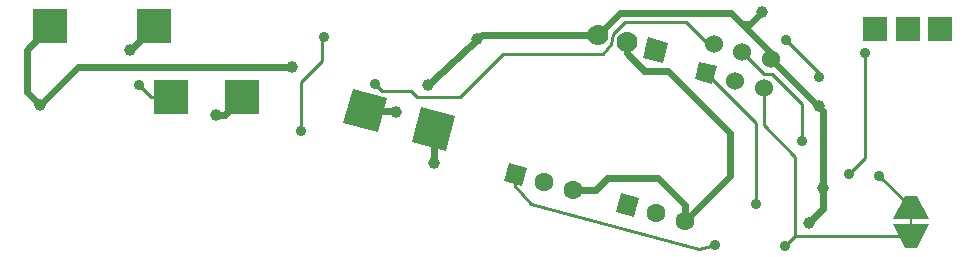
<source format=gbr>
%FSLAX46Y46*%
G04 Gerber Fmt 4.6, Leading zero omitted, Abs format (unit mm)*
G04 Created by KiCad (PCBNEW (2014-jul-16 BZR unknown)-product) date Thu 04 Sep 2014 10:50:04 PM CEST*
%MOMM*%
G01*
G04 APERTURE LIST*
%ADD10C,0.150000*%
%ADD11C,1.778000*%
%ADD12R,3.000000X3.000000*%
%ADD13C,1.600000*%
%ADD14C,1.524000*%
%ADD15R,2.000000X2.000000*%
%ADD16C,1.000000*%
%ADD17C,0.889000*%
%ADD18C,0.600000*%
%ADD19C,0.254000*%
G04 APERTURE END LIST*
D10*
X175450000Y-119410000D02*
X175450000Y-118760000D01*
D11*
X148926548Y-103282600D03*
X151380000Y-103940000D03*
D10*
G36*
X154462070Y-105686198D02*
X152744654Y-105226018D01*
X153204834Y-103508602D01*
X154922250Y-103968782D01*
X154462070Y-105686198D01*
X154462070Y-105686198D01*
G37*
D12*
X112840000Y-108580000D03*
X118840000Y-108580000D03*
X111390000Y-102580000D03*
X102590000Y-102580000D03*
D10*
G36*
X176950000Y-118910000D02*
X173950000Y-118910000D01*
X174950000Y-116910000D01*
X175950000Y-116910000D01*
X176950000Y-118910000D01*
X176950000Y-118910000D01*
G37*
G36*
X173950000Y-119310000D02*
X176950000Y-119310000D01*
X175950000Y-121310000D01*
X174950000Y-121310000D01*
X173950000Y-119310000D01*
X173950000Y-119310000D01*
G37*
G36*
X150466752Y-118268285D02*
X150880863Y-116722804D01*
X152426344Y-117136915D01*
X152012233Y-118682396D01*
X150466752Y-118268285D01*
X150466752Y-118268285D01*
G37*
D13*
X153900000Y-118360000D03*
X156353452Y-119017400D03*
D10*
G36*
X136864894Y-110205797D02*
X136088437Y-113103574D01*
X133190660Y-112327117D01*
X133967117Y-109429340D01*
X136864894Y-110205797D01*
X136864894Y-110205797D01*
G37*
G36*
X131069340Y-108652883D02*
X130292883Y-111550660D01*
X127395106Y-110774203D01*
X128171563Y-107876426D01*
X131069340Y-108652883D01*
X131069340Y-108652883D01*
G37*
G36*
X157144592Y-107048140D02*
X157539033Y-105576069D01*
X159011104Y-105970510D01*
X158616663Y-107442581D01*
X157144592Y-107048140D01*
X157144592Y-107048140D01*
G37*
D14*
X158735249Y-104055874D03*
X160531300Y-107166726D03*
X161188700Y-104713274D03*
X162984751Y-107824126D03*
X163642152Y-105370675D03*
D15*
X172410000Y-102770000D03*
X175190000Y-102790000D03*
X177910000Y-102790000D03*
D10*
G36*
X140966752Y-115678285D02*
X141380863Y-114132804D01*
X142926344Y-114546915D01*
X142512233Y-116092396D01*
X140966752Y-115678285D01*
X140966752Y-115678285D01*
G37*
D13*
X144400000Y-115770000D03*
X146853452Y-116427400D03*
D16*
X109340000Y-104580000D03*
D17*
X130060000Y-107440000D03*
D16*
X162860000Y-101330000D03*
X134520000Y-107540000D03*
X138720000Y-103670000D03*
X166810000Y-119210000D03*
X167640000Y-109360000D03*
X168030000Y-116270000D03*
X116590000Y-110080000D03*
X131840000Y-109830000D03*
D17*
X170230000Y-115060000D03*
X171540000Y-104860000D03*
X164910000Y-103740000D03*
X167670000Y-106840000D03*
X162340000Y-117580000D03*
X166260000Y-112250000D03*
X110090000Y-107580000D03*
X123780000Y-111460000D03*
X125760000Y-103440000D03*
X172780000Y-115250000D03*
X158880000Y-121110000D03*
X164820000Y-121140000D03*
D16*
X123060000Y-106050000D03*
X101730000Y-109250000D03*
X135027777Y-114130000D03*
D18*
X109390000Y-104580000D02*
X109340000Y-104580000D01*
X111390000Y-102580000D02*
X109390000Y-104580000D01*
X149750000Y-115430000D02*
X148752600Y-116427400D01*
X148752600Y-116427400D02*
X146853452Y-116427400D01*
X156353452Y-117733452D02*
X154050000Y-115430000D01*
X154050000Y-115430000D02*
X149750000Y-115430000D01*
X156353452Y-119017400D02*
X156353452Y-117733452D01*
X152840000Y-106330000D02*
X151380000Y-104870000D01*
X151380000Y-104870000D02*
X151380000Y-103940000D01*
X154840000Y-106330000D02*
X152840000Y-106330000D01*
X160090000Y-115280852D02*
X160090000Y-111580000D01*
X160090000Y-111580000D02*
X154840000Y-106330000D01*
X156353452Y-119017400D02*
X160090000Y-115280852D01*
D19*
X158245874Y-104055874D02*
X156370000Y-102180000D01*
X156370000Y-102180000D02*
X151267426Y-102180000D01*
X151267426Y-102180000D02*
X150239190Y-103229008D01*
X150239190Y-103229008D02*
X150055200Y-104052532D01*
X150055200Y-104052532D02*
X149340000Y-104920000D01*
X149340000Y-104920000D02*
X145900000Y-104920000D01*
X140920000Y-104920000D02*
X145900000Y-104920000D01*
X137280000Y-108560000D02*
X140920000Y-104920000D01*
X133610000Y-108560000D02*
X137280000Y-108560000D01*
X133120000Y-108070000D02*
X133610000Y-108560000D01*
X130690000Y-108070000D02*
X133120000Y-108070000D01*
X130060000Y-107440000D02*
X130690000Y-108070000D01*
X158735249Y-104055874D02*
X158245874Y-104055874D01*
D18*
X150779148Y-101430000D02*
X160210000Y-101430000D01*
X160210000Y-101430000D02*
X161140000Y-102360000D01*
X161140000Y-102360000D02*
X163642152Y-104862152D01*
X163642152Y-104862152D02*
X163642152Y-105370675D01*
X148926548Y-103282600D02*
X150779148Y-101430000D01*
X162860000Y-101330000D02*
X161830000Y-102360000D01*
X161830000Y-102360000D02*
X161140000Y-102360000D01*
X139107400Y-103282600D02*
X134520000Y-107540000D01*
X148926548Y-103282600D02*
X139107400Y-103282600D01*
X138720000Y-103670000D02*
X139107400Y-103282600D01*
X168020000Y-118000000D02*
X166810000Y-119210000D01*
X168020000Y-109748523D02*
X168020000Y-118000000D01*
X163642152Y-105370675D02*
X168020000Y-109748523D01*
X167640000Y-109360000D02*
X167640000Y-109368523D01*
X167640000Y-109368523D02*
X168020000Y-109748523D01*
X168030000Y-117990000D02*
X168030000Y-116270000D01*
X166810000Y-119210000D02*
X168030000Y-117990000D01*
X116590000Y-110080000D02*
X117340000Y-110080000D01*
X117340000Y-110080000D02*
X118840000Y-108580000D01*
X131723543Y-109713543D02*
X131840000Y-109830000D01*
X129232223Y-109713543D02*
X131723543Y-109713543D01*
D19*
X170230000Y-115060000D02*
X171540000Y-113750000D01*
X171540000Y-113750000D02*
X171540000Y-104860000D01*
X158077848Y-106509325D02*
X158030000Y-106557173D01*
X164910000Y-103740000D02*
X167670000Y-106500000D01*
X167670000Y-106500000D02*
X167670000Y-106840000D01*
X162340000Y-110771477D02*
X158077848Y-106509325D01*
X162340000Y-110771477D02*
X162340000Y-117580000D01*
X166260000Y-112250000D02*
X166260000Y-109130000D01*
X166260000Y-109130000D02*
X163700000Y-106570000D01*
X163700000Y-106570000D02*
X163045426Y-106570000D01*
X163045426Y-106570000D02*
X161188700Y-104713274D01*
X111090000Y-108580000D02*
X110090000Y-107580000D01*
X112840000Y-108580000D02*
X111090000Y-108580000D01*
X123780000Y-111460000D02*
X123780000Y-107300000D01*
X123780000Y-107300000D02*
X125560000Y-105520000D01*
X125560000Y-105520000D02*
X125560000Y-103640000D01*
X125560000Y-103640000D02*
X125760000Y-103440000D01*
X172780000Y-115250000D02*
X175440000Y-117910000D01*
X175440000Y-117910000D02*
X175450000Y-117910000D01*
X141946548Y-116096548D02*
X143300127Y-117581644D01*
X157510000Y-121400000D02*
X158880000Y-121110000D01*
X143300127Y-117581644D02*
X157510000Y-121400000D01*
X141946548Y-115112600D02*
X141946548Y-116096548D01*
X162984751Y-110924751D02*
X165660000Y-113600000D01*
X165660000Y-113600000D02*
X165660000Y-120300000D01*
X165660000Y-120300000D02*
X165620000Y-120340000D01*
X165610000Y-120350000D02*
X165620000Y-120340000D01*
X164820000Y-121140000D02*
X165610000Y-120350000D01*
X162984751Y-107824126D02*
X162984751Y-110924751D01*
X175410000Y-120350000D02*
X175450000Y-120310000D01*
X165610000Y-120350000D02*
X175410000Y-120350000D01*
D18*
X123060000Y-106050000D02*
X104930000Y-106050000D01*
X104930000Y-106050000D02*
X101730000Y-109250000D01*
X100590000Y-108110000D02*
X100590000Y-104580000D01*
X100590000Y-104580000D02*
X102590000Y-102580000D01*
X101730000Y-109250000D02*
X100590000Y-108110000D01*
X135027777Y-114130000D02*
X135027777Y-111266457D01*
M02*

</source>
